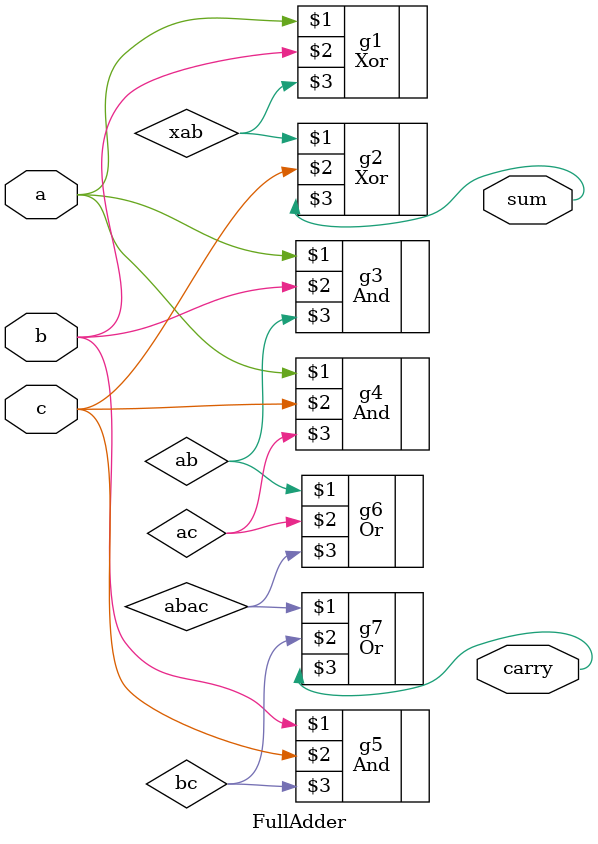
<source format=v>
`include "../Ch1/gate.v"

module FullAdder(input a, b,c, output carry,sum);
  Xor g1(a , b , xab);
  Xor g2(xab , c , sum);
  And g3(a , b , ab);
  And g4(a , c , ac);
  And g5(b , c , bc);
  Or  g6(ab , ac , abac);
  Or  g7(abac , bc , carry);
endmodule
</source>
